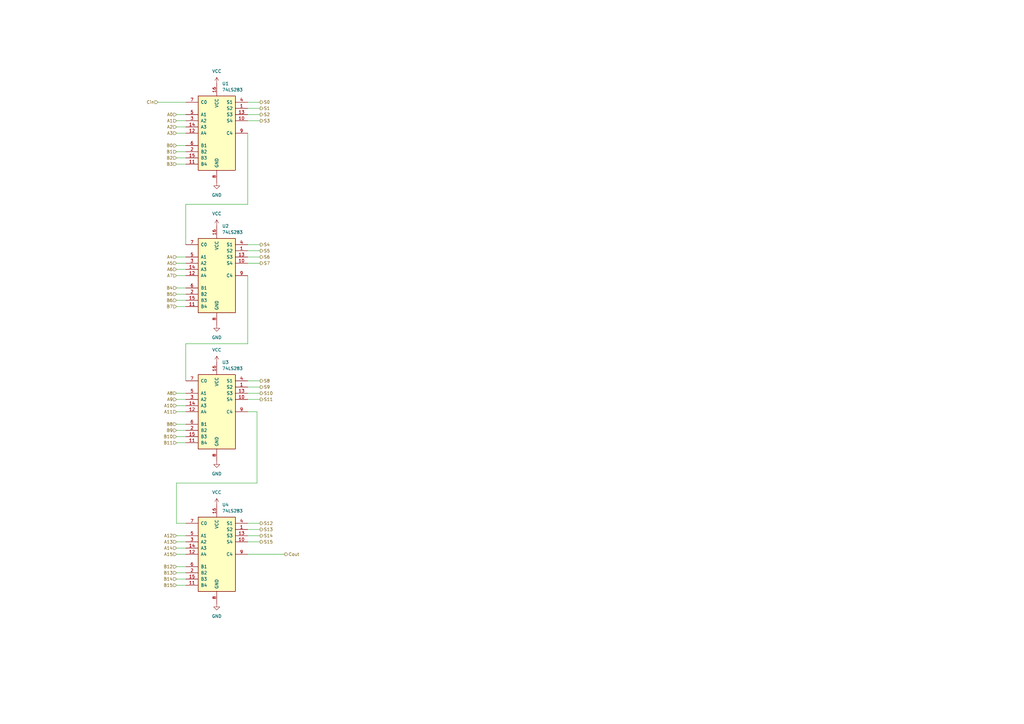
<source format=kicad_sch>
(kicad_sch (version 20231120) (generator "eeschema") (generator_version "8.0")
  (paper "A3")
  (lib_symbols
    (symbol "74xx:74LS283" (pin_names (offset 1.016))
      (property "Reference" "U" (at -7.62 16.51 0))
      (property "Value" "74LS283" (at -7.62 -16.51 0))
      (symbol "74LS283_1_0"
        (pin output line (at 12.7 10.16 180) (length 5.08) (name "S2") (number "1"))
        (pin output line (at 12.7 5.08 180) (length 5.08) (name "S4") (number "10"))
        (pin input line (at -12.7 -12.7 0) (length 5.08) (name "B4") (number "11"))
        (pin input line (at -12.7 0 0) (length 5.08) (name "A4") (number "12"))
        (pin output line (at 12.7 7.62 180) (length 5.08) (name "S3") (number "13"))
        (pin input line (at -12.7 2.54 0) (length 5.08) (name "A3") (number "14"))
        (pin input line (at -12.7 -10.16 0) (length 5.08) (name "B3") (number "15"))
        (pin power_in line (at 0 20.32 270) (length 5.08) (name "VCC") (number "16"))
        (pin input line (at -12.7 -7.62 0) (length 5.08) (name "B2") (number "2"))
        (pin input line (at -12.7 5.08 0) (length 5.08) (name "A2") (number "3"))
        (pin output line (at 12.7 12.7 180) (length 5.08) (name "S1") (number "4"))
        (pin input line (at -12.7 7.62 0) (length 5.08) (name "A1") (number "5"))
        (pin input line (at -12.7 -5.08 0) (length 5.08) (name "B1") (number "6"))
        (pin input line (at -12.7 12.7 0) (length 5.08) (name "C0") (number "7"))
        (pin power_in line (at 0 -20.32 90) (length 5.08) (name "GND") (number "8"))
        (pin output line (at 12.7 0 180) (length 5.08) (name "C4") (number "9"))
      )
      (symbol "74LS283_1_1"
        (rectangle (start -7.62 15.24) (end 7.62 -15.24) (stroke (width 0.254)) (fill (type background)))
      )
    )
    (symbol "power:GND" (power) (pin_numbers hide) (pin_names (offset 0) hide)
      (property "Value" "GND" (at 0 -3.81 0))
      (symbol "GND_0_1"
        (polyline (pts (xy 0 0) (xy 0 -1.27) (xy 1.27 -1.27) (xy 0 -2.54) (xy -1.27 -1.27) (xy 0 -1.27)))
      )
      (symbol "GND_1_1"
        (pin power_in line (at 0 0 270) (length 0) (name "~") (number "1"))
      )
    )
    (symbol "power:VCC" (power) (pin_numbers hide) (pin_names (offset 0) hide)
      (property "Value" "VCC" (at 0 3.556 0))
      (symbol "VCC_0_1"
        (polyline (pts (xy -0.762 1.27) (xy 0 2.54)))
        (polyline (pts (xy 0 0) (xy 0 2.54)))
        (polyline (pts (xy 0 2.54) (xy 0.762 1.27)))
      )
      (symbol "VCC_1_1"
        (pin power_in line (at 0 0 90) (length 0) (name "~") (number "1"))
      )
    )
  )
  (wire (pts (xy 72.39 67.31) (xy 76.2 67.31)))
  (wire (pts (xy 72.39 125.73) (xy 76.2 125.73)))
  (wire (pts (xy 72.39 176.53) (xy 76.2 176.53)))
  (wire (pts (xy 72.39 52.07) (xy 76.2 52.07)))
  (wire (pts (xy 72.39 222.25) (xy 76.2 222.25)))
  (wire (pts (xy 101.6 113.03) (xy 101.6 140.97)))
  (wire (pts (xy 72.39 163.83) (xy 76.2 163.83)))
  (wire (pts (xy 101.6 217.17) (xy 106.68 217.17)))
  (wire (pts (xy 72.39 168.91) (xy 76.2 168.91)))
  (wire (pts (xy 101.6 219.71) (xy 106.68 219.71)))
  (wire (pts (xy 72.39 232.41) (xy 76.2 232.41)))
  (wire (pts (xy 101.6 161.29) (xy 106.68 161.29)))
  (wire (pts (xy 72.39 46.99) (xy 76.2 46.99)))
  (wire (pts (xy 72.39 179.07) (xy 76.2 179.07)))
  (wire (pts (xy 101.6 102.87) (xy 106.68 102.87)))
  (wire (pts (xy 76.2 140.97) (xy 76.2 156.21)))
  (wire (pts (xy 72.39 120.65) (xy 76.2 120.65)))
  (wire (pts (xy 72.39 237.49) (xy 76.2 237.49)))
  (wire (pts (xy 101.6 44.45) (xy 106.68 44.45)))
  (wire (pts (xy 101.6 168.91) (xy 105.41 168.91)))
  (wire (pts (xy 72.39 198.12) (xy 72.39 214.63)))
  (wire (pts (xy 72.39 227.33) (xy 76.2 227.33)))
  (wire (pts (xy 72.39 107.95) (xy 76.2 107.95)))
  (wire (pts (xy 105.41 198.12) (xy 72.39 198.12)))
  (wire (pts (xy 76.2 83.82) (xy 76.2 100.33)))
  (wire (pts (xy 72.39 62.23) (xy 76.2 62.23)))
  (wire (pts (xy 101.6 41.91) (xy 106.68 41.91)))
  (wire (pts (xy 101.6 163.83) (xy 106.68 163.83)))
  (wire (pts (xy 101.6 222.25) (xy 106.68 222.25)))
  (wire (pts (xy 72.39 110.49) (xy 76.2 110.49)))
  (wire (pts (xy 101.6 46.99) (xy 106.68 46.99)))
  (wire (pts (xy 72.39 234.95) (xy 76.2 234.95)))
  (wire (pts (xy 72.39 173.99) (xy 76.2 173.99)))
  (wire (pts (xy 101.6 105.41) (xy 106.68 105.41)))
  (wire (pts (xy 101.6 107.95) (xy 106.68 107.95)))
  (wire (pts (xy 72.39 123.19) (xy 76.2 123.19)))
  (wire (pts (xy 72.39 105.41) (xy 76.2 105.41)))
  (wire (pts (xy 72.39 240.03) (xy 76.2 240.03)))
  (wire (pts (xy 101.6 100.33) (xy 106.68 100.33)))
  (wire (pts (xy 72.39 166.37) (xy 76.2 166.37)))
  (wire (pts (xy 72.39 59.69) (xy 76.2 59.69)))
  (wire (pts (xy 72.39 181.61) (xy 76.2 181.61)))
  (wire (pts (xy 72.39 219.71) (xy 76.2 219.71)))
  (wire (pts (xy 105.41 168.91) (xy 105.41 198.12)))
  (wire (pts (xy 101.6 227.33) (xy 116.84 227.33)))
  (wire (pts (xy 72.39 64.77) (xy 76.2 64.77)))
  (wire (pts (xy 101.6 158.75) (xy 106.68 158.75)))
  (wire (pts (xy 101.6 156.21) (xy 106.68 156.21)))
  (wire (pts (xy 101.6 49.53) (xy 106.68 49.53)))
  (wire (pts (xy 64.77 41.91) (xy 76.2 41.91)))
  (wire (pts (xy 72.39 161.29) (xy 76.2 161.29)))
  (wire (pts (xy 72.39 49.53) (xy 76.2 49.53)))
  (wire (pts (xy 101.6 140.97) (xy 76.2 140.97)))
  (wire (pts (xy 72.39 54.61) (xy 76.2 54.61)))
  (wire (pts (xy 72.39 214.63) (xy 76.2 214.63)))
  (wire (pts (xy 72.39 113.03) (xy 76.2 113.03)))
  (wire (pts (xy 101.6 83.82) (xy 76.2 83.82)))
  (wire (pts (xy 101.6 214.63) (xy 106.68 214.63)))
  (wire (pts (xy 101.6 54.61) (xy 101.6 83.82)))
  (wire (pts (xy 72.39 224.79) (xy 76.2 224.79)))
  (wire (pts (xy 72.39 118.11) (xy 76.2 118.11)))
  (hierarchical_label "B3" (shape input) (at 72.39 67.31 180))
  (hierarchical_label "B1" (shape input) (at 72.39 62.23 180))
  (hierarchical_label "A6" (shape input) (at 72.39 110.49 180))
  (hierarchical_label "Cin" (shape input) (at 64.77 41.91 180))
  (hierarchical_label "A2" (shape input) (at 72.39 52.07 180))
  (hierarchical_label "A3" (shape input) (at 72.39 54.61 180))
  (hierarchical_label "S4" (shape output) (at 106.68 100.33 0))
  (hierarchical_label "S10" (shape output) (at 106.68 161.29 0))
  (hierarchical_label "B8" (shape input) (at 72.39 173.99 180))
  (hierarchical_label "A13" (shape input) (at 72.39 222.25 180))
  (hierarchical_label "S12" (shape output) (at 106.68 214.63 0))
  (hierarchical_label "B6" (shape input) (at 72.39 123.19 180))
  (hierarchical_label "S9" (shape output) (at 106.68 158.75 0))
  (hierarchical_label "A15" (shape input) (at 72.39 227.33 180))
  (hierarchical_label "B14" (shape input) (at 72.39 237.49 180))
  (hierarchical_label "A8" (shape input) (at 72.39 161.29 180))
  (hierarchical_label "S6" (shape output) (at 106.68 105.41 0))
  (hierarchical_label "A14" (shape input) (at 72.39 224.79 180))
  (hierarchical_label "S8" (shape output) (at 106.68 156.21 0))
  (hierarchical_label "B5" (shape input) (at 72.39 120.65 180))
  (hierarchical_label "B9" (shape input) (at 72.39 176.53 180))
  (hierarchical_label "B12" (shape input) (at 72.39 232.41 180))
  (hierarchical_label "A9" (shape input) (at 72.39 163.83 180))
  (hierarchical_label "A4" (shape input) (at 72.39 105.41 180))
  (hierarchical_label "A10" (shape input) (at 72.39 166.37 180))
  (hierarchical_label "Cout" (shape output) (at 116.84 227.33 0))
  (hierarchical_label "S11" (shape output) (at 106.68 163.83 0))
  (hierarchical_label "S0" (shape output) (at 106.68 41.91 0))
  (hierarchical_label "B10" (shape input) (at 72.39 179.07 180))
  (hierarchical_label "B4" (shape input) (at 72.39 118.11 180))
  (hierarchical_label "B0" (shape input) (at 72.39 59.69 180))
  (hierarchical_label "A11" (shape input) (at 72.39 168.91 180))
  (hierarchical_label "S7" (shape output) (at 106.68 107.95 0))
  (hierarchical_label "A5" (shape input) (at 72.39 107.95 180))
  (hierarchical_label "A12" (shape input) (at 72.39 219.71 180))
  (hierarchical_label "B11" (shape input) (at 72.39 181.61 180))
  (hierarchical_label "S5" (shape output) (at 106.68 102.87 0))
  (hierarchical_label "S1" (shape output) (at 106.68 44.45 0))
  (hierarchical_label "B13" (shape input) (at 72.39 234.95 180))
  (hierarchical_label "A0" (shape input) (at 72.39 46.99 180))
  (hierarchical_label "A1" (shape input) (at 72.39 49.53 180))
  (hierarchical_label "A7" (shape input) (at 72.39 113.03 180))
  (hierarchical_label "B15" (shape input) (at 72.39 240.03 180))
  (hierarchical_label "S13" (shape output) (at 106.68 217.17 0))
  (hierarchical_label "B7" (shape input) (at 72.39 125.73 180))
  (hierarchical_label "S3" (shape output) (at 106.68 49.53 0))
  (hierarchical_label "S14" (shape output) (at 106.68 219.71 0))
  (hierarchical_label "B2" (shape input) (at 72.39 64.77 180))
  (hierarchical_label "S2" (shape output) (at 106.68 46.99 0))
  (hierarchical_label "S15" (shape output) (at 106.68 222.25 0))
  (symbol (lib_id "power:VCC") (at 88.9 92.71 0) (unit 1)
    (property "Reference" "#PWR05" (effects (hide yes)))
    (property "Value" "VCC" (at 88.9 87.63 0))
    (property "Description" "Power symbol creates a global label with name \"VCC\"" (effects (hide yes)))
  )
  (symbol (lib_id "74xx:74LS283") (at 88.9 168.91 0) (unit 1)
    (property "Reference" "U3" (at 91.0941 148.59 0) (effects (justify left)))
    (property "Value" "74LS283" (at 91.0941 151.13 0) (effects (justify left)))
    (property "Footprint" "Package_DIP:DIP-16_W7.62mm_LongPads" (effects (hide yes)))
    (property "Datasheet" "http://www.ti.com/lit/gpn/sn74LS283" (effects (hide yes)))
    (property "Description" "4-bit full Adder" (effects (hide yes)))
  )
  (symbol (lib_id "74xx:74LS283") (at 88.9 227.33 0) (unit 1)
    (property "Reference" "U4" (at 91.0941 207.01 0) (effects (justify left)))
    (property "Value" "74LS283" (at 91.0941 209.55 0) (effects (justify left)))
    (property "Footprint" "Package_DIP:DIP-16_W7.62mm_LongPads" (effects (hide yes)))
    (property "Datasheet" "http://www.ti.com/lit/gpn/sn74LS283" (effects (hide yes)))
    (property "Description" "4-bit full Adder" (effects (hide yes)))
  )
  (symbol (lib_id "power:GND") (at 88.9 189.23 0) (unit 1)
    (property "Reference" "#PWR08" (effects (hide yes)))
    (property "Value" "GND" (at 88.9 194.31 0))
    (property "Description" "Power symbol creates a global label with name \"GND\" , ground" (effects (hide yes)))
  )
  (symbol (lib_id "power:GND") (at 88.9 74.93 0) (unit 1)
    (property "Reference" "#PWR04" (effects (hide yes)))
    (property "Value" "GND" (at 88.9 80.01 0))
    (property "Description" "Power symbol creates a global label with name \"GND\" , ground" (effects (hide yes)))
  )
  (symbol (lib_id "74xx:74LS283") (at 88.9 113.03 0) (unit 1)
    (property "Reference" "U2" (at 91.0941 92.71 0) (effects (justify left)))
    (property "Value" "74LS283" (at 91.0941 95.25 0) (effects (justify left)))
    (property "Footprint" "Package_DIP:DIP-16_W7.62mm_LongPads" (effects (hide yes)))
    (property "Datasheet" "http://www.ti.com/lit/gpn/sn74LS283" (effects (hide yes)))
    (property "Description" "4-bit full Adder" (effects (hide yes)))
  )
  (symbol (lib_id "power:VCC") (at 88.9 207.01 0) (unit 1)
    (property "Reference" "#PWR09" (effects (hide yes)))
    (property "Value" "VCC" (at 88.9 201.93 0))
    (property "Description" "Power symbol creates a global label with name \"VCC\"" (effects (hide yes)))
  )
  (symbol (lib_id "power:GND") (at 88.9 247.65 0) (unit 1)
    (property "Reference" "#PWR010" (effects (hide yes)))
    (property "Value" "GND" (at 88.9 252.73 0))
    (property "Description" "Power symbol creates a global label with name \"GND\" , ground" (effects (hide yes)))
  )
  (symbol (lib_id "74xx:74LS283") (at 88.9 54.61 0) (unit 1)
    (property "Reference" "U1" (at 91.0941 34.29 0) (effects (justify left)))
    (property "Value" "74LS283" (at 91.0941 36.83 0) (effects (justify left)))
    (property "Footprint" "Package_DIP:DIP-16_W7.62mm_LongPads" (effects (hide yes)))
    (property "Datasheet" "http://www.ti.com/lit/gpn/sn74LS283" (effects (hide yes)))
    (property "Description" "4-bit full Adder" (effects (hide yes)))
  )
  (symbol (lib_id "power:GND") (at 88.9 133.35 0) (unit 1)
    (property "Reference" "#PWR06" (effects (hide yes)))
    (property "Value" "GND" (at 88.9 138.43 0))
    (property "Description" "Power symbol creates a global label with name \"GND\" , ground" (effects (hide yes)))
  )
  (symbol (lib_id "power:VCC") (at 88.9 34.29 0) (unit 1)
    (property "Reference" "#PWR03" (effects (hide yes)))
    (property "Value" "VCC" (at 88.9 29.21 0))
    (property "Description" "Power symbol creates a global label with name \"VCC\"" (effects (hide yes)))
  )
  (symbol (lib_id "power:VCC") (at 88.9 148.59 0) (unit 1)
    (property "Reference" "#PWR07" (effects (hide yes)))
    (property "Value" "VCC" (at 88.9 143.51 0))
    (property "Description" "Power symbol creates a global label with name \"VCC\"" (effects (hide yes)))
  )
)
</source>
